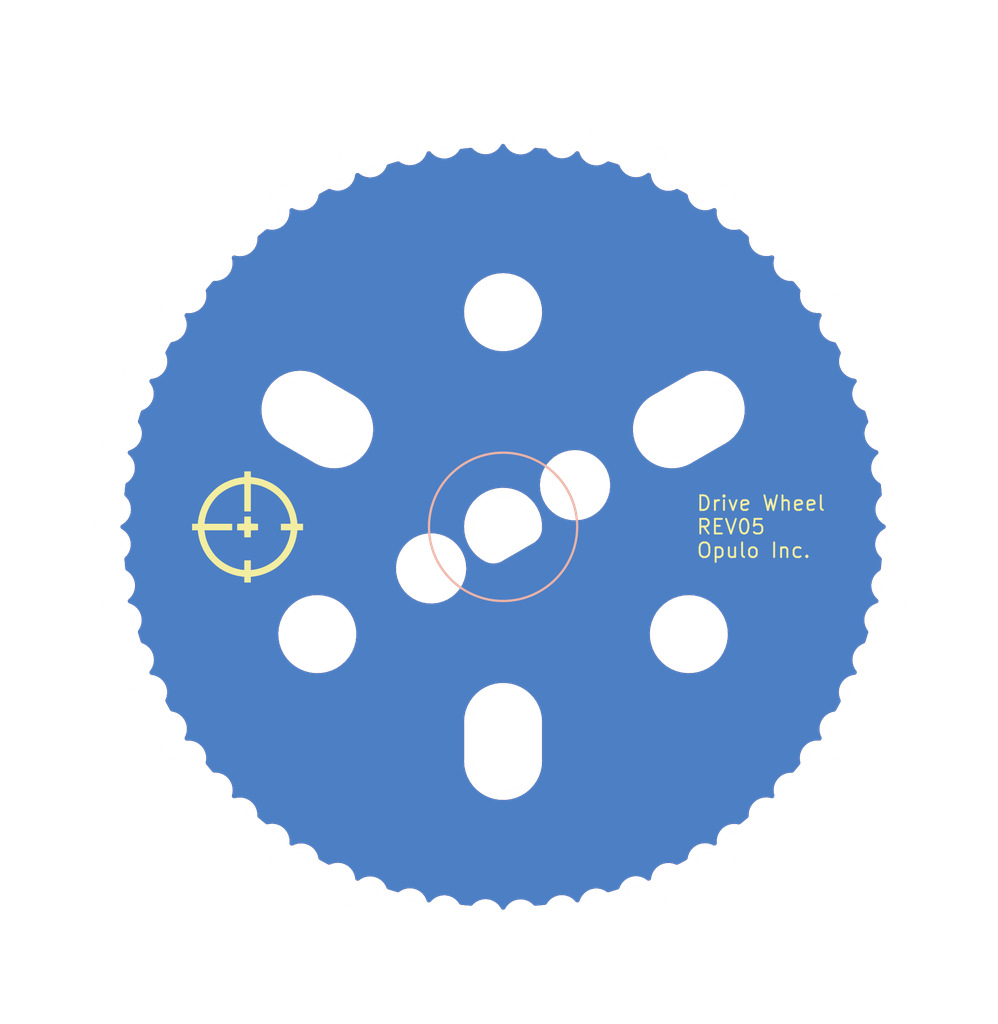
<source format=kicad_pcb>
(kicad_pcb (version 20211014) (generator pcbnew)
  (layers (0 "F.Cu" signal) (31 "B.Cu" signal) (34 "B.Paste" user) (35 "F.Paste" user) (36 "B.SilkS" user "B.Silkscreen") (37 "F.SilkS" user "F.Silkscreen") (38 "B.Mask" user) (39 "F.Mask" user) (44 "Edge.Cuts" user))
  (net 0 "")
  (footprint "index:logo" (layer "F.Cu") (at -13.11 0)
    (fp_text reference "G***" hide)
    (fp_text value "LOGO" hide)
    (fp_poly (pts (xy 0.169333 -2.543898) (xy 0.263869 -2.534212) (xy 0.52296 -2.493539) (xy 0.77827 -2.424972) (xy 1.029979 -2.32846) (xy 1.150055 -2.27195) (xy 1.292674 -2.196349) (xy 1.419534 -2.118738) (xy 1.537813 -2.033871) (xy 1.654691 -1.936508) (xy 1.777345 -1.821403) (xy 1.806554 -1.792443) (xy 1.926386 -1.667492) (xy 2.027294 -1.549938) (xy 2.114522 -1.432602) (xy 2.193312 -1.308306) (xy 2.268909 -1.16987) (xy 2.286061 -1.135945) (xy 2.396061 -0.885908) (xy 2.478089 -0.632356) (xy 2.532199 -0.375109) (xy 2.548323 -0.249759) (xy 2.558008 -0.155222) (xy 2.850444 -0.155222) (xy 2.850444 0.169333) (xy 2.557399 0.169333) (xy 2.547535 0.264583) (xy 2.507659 0.521009) (xy 2.441477 0.771033) (xy 2.348236 1.017208) (xy 2.286061 1.150055) (xy 2.21046 1.292674) (xy 2.132848 1.419534) (xy 2.047982 1.537813) (xy 1.950619 1.654691) (xy 1.835514 1.777345) (xy 1.806554 1.806554) (xy 1.681603 1.926386) (xy 1.564049 2.027294) (xy 1.446713 2.114522) (xy 1.322416 2.193312) (xy 1.18398 2.268909) (xy 1.150055 2.286061) (xy 0.900019 2.396061) (xy 0.646466 2.478089) (xy 0.38922 2.532199) (xy 0.263869 2.548323) (xy 0.169333 2.558008) (xy 0.169333 2.850444) (xy -0.155222 2.850444) (xy -0.155222 2.558008) (xy -0.249759 2.548323) (xy -0.508849 2.507649) (xy -0.76416 2.439083) (xy -1.015868 2.34257) (xy -1.135945 2.286061) (xy -1.278563 2.21046) (xy -1.405423 2.132848) (xy -1.523702 2.047982) (xy -1.64058 1.950619) (xy -1.763235 1.835514) (xy -1.792443 1.806554) (xy -1.912275 1.681603) (xy -2.013183 1.564049) (xy -2.100411 1.446713) (xy -2.179202 1.322416) (xy -2.254798 1.18398) (xy -2.27195 1.150055) (xy -2.38195 0.900019) (xy -2.463979 0.646466) (xy -2.518088 0.38922) (xy -2.534212 0.263869) (xy -2.543898 0.169333) (xy -2.836333 0.169333) (xy -2.836333 -0.155222) (xy -2.543898 -0.155222) (xy -2.205231 -0.155222) (xy -0.790222 -0.155222) (xy -0.790222 0.169333) (xy -2.205231 0.169333) (xy -2.195524 0.264583) (xy -2.159639 0.484313) (xy -2.097594 0.704567) (xy -2.011111 0.921475) (xy -1.901907 1.131165) (xy -1.771704 1.329766) (xy -1.659801 1.470858) (xy -1.506596 1.628821) (xy -1.33195 1.773377) (xy -1.140543 1.901804) (xy -0.937055 2.011383) (xy -0.726165 2.09939) (xy -0.512554 2.163106) (xy -0.443468 2.178102) (xy -0.370237 2.192329) (xy -0.31788 2.201925) (xy -0.27962 2.20791) (xy -0.248682 2.211303) (xy -0.218287 2.213125) (xy -0.208139 2.213523) (xy -0.155222 2.215444) (xy -0.155222 1.721555) (xy 0.169333 1.721555) (xy 0.169333 2.219342) (xy 0.264583 2.209635) (xy 0.483298 2.173883) (xy 0.70209 2.112335) (xy 0.916909 2.027114) (xy 1.123706 1.920343) (xy 1.318431 1.794146) (xy 1.497033 1.650645) (xy 1.655463 1.491964) (xy 1.673912 1.470858) (xy 1.818922 1.28327) (xy 1.944237 1.081651) (xy 2.048139 0.869873) (xy 2.128907 0.651808) (xy 2.184824 0.431326) (xy 2.209635 0.264583) (xy 2.219342 0.169333) (xy 1.721555 0.169333) (xy 1.721555 -0.155222) (xy 2.219342 -0.155222) (xy 2.209635 -0.250472) (xy 2.173749 -0.470202) (xy 2.111705 -0.690456) (xy 2.025222 -0.907364) (xy 1.916018 -1.117054) (xy 1.785814 -1.315655) (xy 1.673912 -1.456747) (xy 1.518331 -1.617203) (xy 1.342063 -1.762747) (xy 1.149159 -1.891257) (xy 0.943669 -2.000609) (xy 0.729643 -2.088681) (xy 0.511131 -2.153349) (xy 0.292182 -2.192491) (xy 0.264583 -2.195524) (xy 0.169333 -2.205231) (xy 0.169333 -0.790222) (xy -0.155222 -0.790222) (xy -0.155222 -2.205231) (xy -0.250472 -2.195524) (xy -0.469187 -2.159772) (xy -0.687979 -2.098224) (xy -0.902798 -2.013003) (xy -1.109595 -1.906233) (xy -1.30432 -1.780035) (xy -1.482922 -1.636534) (xy -1.641352 -1.477853) (xy -1.659801 -1.456747) (xy -1.804811 -1.269159) (xy -1.930126 -1.06754) (xy -2.034028 -0.855762) (xy -2.114796 -0.637697) (xy -2.170713 -0.417216) (xy -2.195524 -0.250472) (xy -2.205231 -0.155222) (xy -2.543898 -0.155222) (xy -2.534212 -0.249759) (xy -2.493539 -0.508849) (xy -2.424972 -0.76416) (xy -2.32846 -1.015868) (xy -2.27195 -1.135945) (xy -2.196349 -1.278563) (xy -2.118738 -1.405423) (xy -2.033871 -1.523702) (xy -1.936508 -1.64058) (xy -1.821403 -1.763235) (xy -1.792443 -1.792443) (xy -1.667492 -1.912275) (xy -1.549938 -2.013183) (xy -1.432602 -2.100411) (xy -1.308306 -2.179202) (xy -1.16987 -2.254798) (xy -1.135945 -2.27195) (xy -0.885908 -2.38195) (xy -0.632356 -2.463979) (xy -0.375109 -2.518088) (xy -0.249759 -2.534212) (xy -0.155222 -2.543898) (xy -0.155222 -2.836333) (xy 0.169333 -2.836333) (xy 0.169333 -2.543898)) (layer "F.SilkS") (width 0.01) (fill solid))
    (fp_poly (pts (xy 0.172439 -0.342195) (xy 0.176389 -0.162278) (xy 0.356305 -0.158329) (xy 0.536222 -0.154379) (xy 0.536222 0.16849) (xy 0.356305 0.172439) (xy 0.176389 0.176389) (xy 0.172439 0.356305) (xy 0.16849 0.536222) (xy -0.154379 0.536222) (xy -0.158329 0.356305) (xy -0.162278 0.176389) (xy -0.342195 0.172439) (xy -0.522111 0.16849) (xy -0.522111 -0.154379) (xy -0.342195 -0.158329) (xy -0.162278 -0.162278) (xy -0.158329 -0.342195) (xy -0.154379 -0.522111) (xy 0.16849 -0.522111) (xy 0.172439 -0.342195)) (layer "F.SilkS") (width 0.01) (fill solid))
  )
  (gr_circle (center 0 0) (end -3.8 0) (layer "B.SilkS") (width 0.12) (fill none))
  (gr_line (start -10.692197 -16.90198) (end -10.973455 -17.322912) (layer "Edge.Cuts") (width 0.001))
  (gr_line (start 13.784162 14.491269) (end 14.142136 14.849242) (layer "Edge.Cuts") (width 0.001))
  (gr_arc (start 1.497867 0.079958) (mid 1.439391 0.267802) (end 1.298436 0.405048) (layer "Edge.Cuts") (width 0.001))
  (gr_arc (start -19.320857 -5.167637) (mid -19.035803 -4.685614) (end -19.51203 -4.39098) (layer "Edge.Cuts") (width 0.001))
  (gr_arc (start -7.910254 -6.299038) (mid -7.361216 -4.25) (end -9.410254 -3.700962) (layer "Edge.Cuts") (width 0.001))
  (gr_arc (start 11.804925 16.767342) (mid 11.666975 17.460862) (end 10.973455 17.322912) (layer "Edge.Cuts") (width 0.001))
  (gr_arc (start -3.508959 20.203643) (mid -4.096897 20.596493) (end -4.489744 20.008553) (layer "Edge.Cuts") (width 0.001))
  (gr_line (start 4.489744 20.008553) (end 4.39098 19.51203) (layer "Edge.Cuts") (width 0.001))
  (gr_arc (start -11.804925 -16.767342) (mid -11.666975 -17.460862) (end -10.973455 -17.322912) (layer "Edge.Cuts") (width 0.001))
  (gr_arc (start -19.70712 -3.410194) (mid -19.389731 -2.957564) (end -19.827629 -2.620141) (layer "Edge.Cuts") (width 0.001))
  (gr_line (start -4.39098 19.51203) (end -4.489744 20.008553) (layer "Edge.Cuts") (width 0.001))
  (gr_line (start -8.113216 18.280474) (end -8.30695 18.748189) (layer "Edge.Cuts") (width 0.001))
  (gr_arc (start -20.5 0.5) (mid -21 0) (end -20.5 -0.5) (layer "Edge.Cuts") (width 0.001))
  (gr_line (start -18.748189 8.30695) (end -18.280474 8.113216) (layer "Edge.Cuts") (width 0.001))
  (gr_line (start 14.849242 14.142136) (end 14.491269 13.784162) (layer "Edge.Cuts") (width 0.001))
  (gr_line (start 20.008553 -4.489744) (end 19.51203 -4.39098) (layer "Edge.Cuts") (width 0.001))
  (gr_line (start 2.620141 -19.827629) (end 1.29903 -19.957768) (layer "Edge.Cuts") (width 0.001))
  (gr_line (start 20.203643 3.508959) (end 19.70712 3.410194) (layer "Edge.Cuts") (width 0.001))
  (gr_arc (start 1.29903 -19.957768) (mid 0.881881 -19.584154) (end 0.5 -19.993749) (layer "Edge.Cuts") (width 0.001))
  (gr_line (start -19.993749 -0.5) (end -20.5 -0.5) (layer "Edge.Cuts") (width 0.001))
  (gr_line (start 12.167531 15.87297) (end 13.19372 15.030827) (layer "Edge.Cuts") (width 0.001))
  (gr_arc (start 4.489744 20.008553) (mid 4.096897 20.596491) (end 3.508959 20.203643) (layer "Edge.Cuts") (width 0.001))
  (gr_line (start -19.70712 3.410194) (end -20.203643 3.508959) (layer "Edge.Cuts") (width 0.001))
  (gr_circle (center 9.526279 5.5) (end 11.026279 5.5) (layer "Edge.Cuts") (width 0.001) (fill none))
  (gr_arc (start -2.619498 -19.827714) (mid -2.955743 -19.379896) (end -3.410194 -19.70712) (layer "Edge.Cuts") (width 0.001))
  (gr_line (start -19.321025 5.16701) (end -18.935691 6.43736) (layer "Edge.Cuts") (width 0.001))
  (gr_line (start -6.437975 18.935482) (end -5.167637 19.320857) (layer "Edge.Cuts") (width 0.001))
  (gr_arc (start 19.827714 -2.619498) (mid 19.379896 -2.955743) (end 19.70712 -3.410194) (layer "Edge.Cuts") (width 0.001))
  (gr_line (start 19.70712 -3.410194) (end 20.203643 -3.508959) (layer "Edge.Cuts") (width 0.001))
  (gr_line (start -19.130872 -7.383071) (end -18.663157 -7.189337) (layer "Edge.Cuts") (width 0.001))
  (gr_line (start -19.827629 -2.620141) (end -19.957768 -1.29903) (layer "Edge.Cuts") (width 0.001))
  (gr_line (start 16.767342 -11.804925) (end 16.34641 -11.523667) (layer "Edge.Cuts") (width 0.001))
  (gr_arc (start 3.410194 -19.70712) (mid 2.957564 -19.389731) (end 2.620141 -19.827629) (layer "Edge.Cuts") (width 0.001))
  (gr_line (start 10.692197 16.90198) (end 10.973455 17.322912) (layer "Edge.Cuts") (width 0.001))
  (gr_line (start 18.748189 -8.30695) (end 18.280474 -8.113216) (layer "Edge.Cuts") (width 0.001))
  (gr_arc (start -5.167637 19.320857) (mid -4.685614 19.035803) (end -4.39098 19.51203) (layer "Edge.Cuts") (width 0.001))
  (gr_line (start -15.87297 12.167531) (end -15.030827 13.19372) (layer "Edge.Cuts") (width 0.001))
  (gr_arc (start -10.692197 16.90198) (mid -10.152562 16.781963) (end -10.0084 17.315656) (layer "Edge.Cuts") (width 0.001))
  (gr_arc (start 17.315981 -10.007838) (mid 16.773576 -10.147116) (end 16.90198 -10.692197) (layer "Edge.Cuts") (width 0.001))
  (gr_arc (start -8.113216 -18.280474) (mid -8.313231 -17.765107) (end -8.837072 -17.941743) (layer "Edge.Cuts") (width 0.001))
  (gr_line (start -7.910254 -6.299038) (end -9.642305 -7.299038) (layer "Edge.Cuts") (width 0.001))
  (gr_line (start -14.491269 13.784162) (end -14.849242 14.142136) (layer "Edge.Cuts") (width 0.001))
  (gr_line (start 8.30695 18.748189) (end 8.113216 18.280474) (layer "Edge.Cuts") (width 0.001))
  (gr_line (start 10.973455 -17.322912) (end 10.692197 -16.90198) (layer "Edge.Cuts") (width 0.001))
  (gr_line (start 17.322912 10.973455) (end 16.90198 10.692197) (layer "Edge.Cuts") (width 0.001))
  (gr_arc (start 1.5 12) (mid 0 13.5) (end -1.5 12) (layer "Edge.Cuts") (width 0.001))
  (gr_arc (start 20.5 -0.5) (mid 21 0) (end 20.5 0.5) (layer "Edge.Cuts") (width 0.001))
  (gr_line (start -14.142136 14.849242) (end -13.784162 14.491269) (layer "Edge.Cuts") (width 0.001))
  (gr_arc (start 19.130872 7.383071) (mid 19.401471 8.036352) (end 18.748189 8.30695) (layer "Edge.Cuts") (width 0.001))
  (gr_line (start -17.941743 8.837072) (end -17.315981 10.007838) (layer "Edge.Cuts") (width 0.001))
  (gr_line (start -19.957811 1.298382) (end -19.827714 2.619498) (layer "Edge.Cuts") (width 0.001))
  (gr_line (start 6.437975 -18.935482) (end 5.167637 -19.320857) (layer "Edge.Cuts") (width 0.001))
  (gr_line (start 3.410194 19.70712) (end 3.508959 20.203643) (layer "Edge.Cuts") (width 0.001))
  (gr_line (start 16.34641 11.523667) (end 16.767342 11.804925) (layer "Edge.Cuts") (width 0.001))
  (gr_arc (start -6.43736 -18.935691) (mid -6.67978 -18.43088) (end -7.189337 -18.663157) (layer "Edge.Cuts") (width 0.001))
  (gr_line (start -17.322912 -10.973455) (end -16.90198 -10.692197) (layer "Edge.Cuts") (width 0.001))
  (gr_circle (center 3.691433 -2.13125) (end 4.991433 -2.13125) (layer "Edge.Cuts") (width 0.001) (fill none))
  (gr_arc (start -17.315981 10.007838) (mid -16.773576 10.147116) (end -16.90198 10.692197) (layer "Edge.Cuts") (width 0.001))
  (gr_arc (start 3.508959 -20.203643) (mid 4.096897 -20.596493) (end 4.489744 -20.008553) (layer "Edge.Cuts") (width 0.001))
  (gr_arc (start -16.90198 -10.692197) (mid -16.781963 -10.152562) (end -17.315656 -10.0084) (layer "Edge.Cuts") (width 0.001))
  (gr_line (start 10.0084 -17.315656) (end 8.837655 -17.941456) (layer "Edge.Cuts") (width 0.001))
  (gr_line (start 8.837072 17.941743) (end 10.007838 17.315981) (layer "Edge.Cuts") (width 0.001))
  (gr_arc (start 14.491269 13.784162) (mid 14.478836 13.231482) (end 15.030398 13.194208) (layer "Edge.Cuts") (width 0.001))
  (gr_arc (start 19.957768 1.29903) (mid 19.584154 0.881881) (end 19.993749 0.5) (layer "Edge.Cuts") (width 0.001))
  (gr_arc (start 11.523667 16.34641) (mid 11.619295 15.801923) (end 12.167531 15.87297) (layer "Edge.Cuts") (width 0.001))
  (gr_line (start -1.298382 -19.957811) (end -2.619498 -19.827714) (layer "Edge.Cuts") (width 0.001))
  (gr_line (start -11.523667 16.34641) (end -11.804925 16.767342) (layer "Edge.Cuts") (width 0.001))
  (gr_arc (start 19.51203 -4.39098) (mid 19.045585 -4.687695) (end 19.321025 -5.16701) (layer "Edge.Cuts") (width 0.001))
  (gr_arc (start 18.663157 7.189337) (mid 18.440169 6.683485) (end 18.935482 6.437975) (layer "Edge.Cuts") (width 0.001))
  (gr_line (start -18.280474 -8.113216) (end -18.748189 -8.30695) (layer "Edge.Cuts") (width 0.001))
  (gr_arc (start -19.993749 0.5) (mid -19.594154 0.882013) (end -19.957811 1.298382) (layer "Edge.Cuts") (width 0.001))
  (gr_arc (start -17.941456 -8.837655) (mid -17.755918 -8.309283) (end -18.280474 -8.113216) (layer "Edge.Cuts") (width 0.001))
  (gr_arc (start 0.5 20.5) (mid 0 21) (end -0.5 20.5) (layer "Edge.Cuts") (width 0.001))
  (gr_arc (start 0.5 19.993749) (mid 0.882013 19.594154) (end 1.298382 19.957811) (layer "Edge.Cuts") (width 0.001))
  (gr_arc (start 13.19372 15.030827) (mid 13.224504 14.471672) (end 13.784162 14.491269) (layer "Edge.Cuts") (width 0.001))
  (gr_arc (start -13.19372 -15.030827) (mid -13.224504 -14.471672) (end -13.784162 -14.491269) (layer "Edge.Cuts") (width 0.001))
  (gr_arc (start -19.957768 -1.29903) (mid -19.584154 -0.881881) (end -19.993749 -0.5) (layer "Edge.Cuts") (width 0.001))
  (gr_arc (start -16.34641 11.523667) (mid -15.801923 11.619295) (end -15.87297 12.167531) (layer "Edge.Cuts") (width 0.001))
  (gr_arc (start 9.642305 -7.299038) (mid 11.691343 -6.75) (end 11.142305 -4.700962) (layer "Edge.Cuts") (width 0.001))
  (gr_line (start -20.5 0.5) (end -19.993749 0.5) (layer "Edge.Cuts") (width 0.001))
  (gr_arc (start 17.941456 8.837655) (mid 17.755918 8.309283) (end 18.280474 8.113216) (layer "Edge.Cuts") (width 0.001))
  (gr_line (start 9.410254 -3.700962) (end 11.142305 -4.700962) (layer "Edge.Cuts") (width 0.001))
  (gr_arc (start -19.827714 2.619498) (mid -19.379896 2.955743) (end -19.70712 3.410194) (layer "Edge.Cuts") (width 0.001))
  (gr_arc (start 20.008553 -4.489744) (mid 20.596491 -4.096897) (end 20.203643 -3.508959) (layer "Edge.Cuts") (width 0.001))
  (gr_arc (start 18.280474 -8.113216) (mid 17.765107 -8.313231) (end 17.941743 -8.837072) (layer "Edge.Cuts") (width 0.001))
  (gr_arc (start -18.280474 8.113216) (mid -17.765107 8.313231) (end -17.941743 8.837072) (layer "Edge.Cuts") (width 0.001))
  (gr_arc (start 15.872575 12.168046) (mid 15.793682 11.61363) (end 16.34641 11.523667) (layer "Edge.Cuts") (width 0.001))
  (gr_line (start 15.030398 13.194208) (end 15.872575 12.168046) (layer "Edge.Cuts") (width 0.001))
  (gr_line (start -11.142305 -4.700962) (end -9.410254 -3.700962) (layer "Edge.Cuts") (width 0.001))
  (gr_arc (start 14.849242 14.142136) (mid 14.849242 14.849242) (end 14.142136 14.849242) (layer "Edge.Cuts") (width 0.001))
  (gr_arc (start -17.322912 -10.973455) (mid -17.460862 -11.666975) (end -16.767342 -11.804925) (layer "Edge.Cuts") (width 0.001))
  (gr_line (start -16.767342 11.804925) (end -16.34641 11.523667) (layer "Edge.Cuts") (width 0.001))
  (gr_line (start -0.5 19.993749) (end -0.5 20.5) (layer "Edge.Cuts") (width 0.001))
  (gr_line (start 1.5 12) (end 1.5 10) (layer "Edge.Cuts") (width 0.001))
  (gr_arc (start 2.619498 19.827714) (mid 2.955743 19.379896) (end 3.410194 19.70712) (layer "Edge.Cuts") (width 0.001))
  (gr_arc (start 8.837655 -17.941456) (mid 8.309283 -17.755918) (end 8.113216 -18.280474) (layer "Edge.Cuts") (width 0.001))
  (gr_arc (start -1.29903 19.957768) (mid -0.881881 19.584154) (end -0.5 19.993749) (layer "Edge.Cuts") (width 0.001))
  (gr_line (start 19.827629 2.620141) (end 19.957768 1.29903) (layer "Edge.Cuts") (width 0.001))
  (gr_line (start -3.410194 -19.70712) (end -3.508959 -20.203643) (layer "Edge.Cuts") (width 0.001))
  (gr_line (start 18.935482 6.437975) (end 19.320857 5.167637) (layer "Edge.Cuts") (width 0.001))
  (gr_line (start 19.957811 -1.298382) (end 19.827714 -2.619498) (layer "Edge.Cuts") (width 0.001))
  (gr_arc (start -10.007838 -17.315981) (mid -10.147116 -16.773576) (end -10.692197 -16.90198) (layer "Edge.Cuts") (width 0.001))
  (gr_line (start 16.90198 -10.692197) (end 17.322912 -10.973455) (layer "Edge.Cuts") (width 0.001))
  (gr_line (start 0.5 20.5) (end 0.5 19.993749) (layer "Edge.Cuts") (width 0.001))
  (gr_arc (start -1.5 10) (mid 0 8.5) (end 1.5 10) (layer "Edge.Cuts") (width 0.001))
  (gr_circle (center 0 -11) (end 1.5 -11) (layer "Edge.Cuts") (width 0.001) (fill none))
  (gr_arc (start 8.30695 18.748189) (mid 8.036352 19.40147) (end 7.383071 19.130872) (layer "Edge.Cuts") (width 0.001))
  (gr_arc (start -8.837655 17.941456) (mid -8.309283 17.755918) (end -8.113216 18.280474) (layer "Edge.Cuts") (width 0.001))
  (gr_arc (start -11.142305 -4.700962) (mid -11.691343 -6.75) (end -9.642305 -7.299038) (layer "Edge.Cuts") (width 0.001))
  (gr_line (start -16.90198 10.692197) (end -17.322912 10.973455) (layer "Edge.Cuts") (width 0.001))
  (gr_arc (start -18.663157 -7.189337) (mid -18.440169 -6.683485) (end -18.935482 -6.437975) (layer "Edge.Cuts") (width 0.001))
  (gr_line (start 11.523667 -16.34641) (end 11.804925 -16.767342) (layer "Edge.Cuts") (width 0.001))
  (gr_line (start 9.642305 -7.299038) (end 7.910254 -6.299038) (layer "Edge.Cuts") (width 0.001))
  (gr_arc (start -18.748189 8.30695) (mid -19.40147 8.036352) (end -19.130872 7.383071) (layer "Edge.Cuts") (width 0.001))
  (gr_line (start 8.113216 -18.280474) (end 8.30695 -18.748189) (layer "Edge.Cuts") (width 0.001))
  (gr_line (start 7.383071 -19.130872) (end 7.189337 -18.663157) (layer "Edge.Cuts") (width 0.001))
  (gr_line (start -17.315656 -10.0084) (end -17.941456 -8.837655) (layer "Edge.Cuts") (width 0.001))
  (gr_arc (start 19.993749 -0.5) (mid 19.594154 -0.882013) (end 19.957811 -1.298382) (layer "Edge.Cuts") (width 0.001))
  (gr_line (start -18.935482 -6.437975) (end -19.320857 -5.167637) (layer "Edge.Cuts") (width 0.001))
  (gr_arc (start -15.872575 -12.168046) (mid -15.793682 -11.61363) (end -16.34641 -11.523667) (layer "Edge.Cuts") (width 0.001))
  (gr_line (start 19.51203 4.39098) (end 20.008553 4.489744) (layer "Edge.Cuts") (width 0.001))
  (gr_arc (start -20.008553 4.489744) (mid -20.596491 4.096897) (end -20.203643 3.508959) (layer "Edge.Cuts") (width 0.001))
  (gr_arc (start 9.410254 -3.700962) (mid 7.361216 -4.25) (end 7.910254 -6.299038) (layer "Edge.Cuts") (width 0.001))
  (gr_arc (start 7.383071 -19.130872) (mid 8.036352 -19.401471) (end 8.30695 -18.748189) (layer "Edge.Cuts") (width 0.001))
  (gr_arc (start 14.142136 -14.849242) (mid 14.849242 -14.849242) (end 14.849242 -14.142136) (layer "Edge.Cuts") (width 0.001))
  (gr_arc (start 10.692197 -16.90198) (mid 10.152562 -16.781963) (end 10.0084 -17.315656) (layer "Edge.Cuts") (width 0.001))
  (gr_line (start 3.508959 -20.203643) (end 3.410194 -19.70712) (layer "Edge.Cuts") (width 0.001))
  (gr_line (start -8.837072 -17.941743) (end -10.007838 -17.315981) (layer "Edge.Cuts") (width 0.001))
  (gr_line (start -10.0084 17.315656) (end -8.837655 17.941456) (layer "Edge.Cuts") (width 0.001))
  (gr_arc (start 16.34641 -11.523667) (mid 15.801923 -11.619295) (end 15.87297 -12.167531) (layer "Edge.Cuts") (width 0.001))
  (gr_circle (center -3.691433 2.13125) (end -2.391433 2.13125) (layer "Edge.Cuts") (width 0.001) (fill none))
  (gr_arc (start -20.203643 -3.508959) (mid -20.596493 -4.096897) (end -20.008553 -4.489744) (layer "Edge.Cuts") (width 0.001))
  (gr_arc (start -0.679691 1.337169) (mid -0.749999 -1.299039) (end 1.497867 0.079958) (layer "Edge.Cuts") (width 0.001))
  (gr_arc (start 10.007838 17.315981) (mid 10.147116 16.773576) (end 10.692197 16.90198) (layer "Edge.Cuts") (width 0.001))
  (gr_arc (start -14.142136 14.849242) (mid -14.849242 14.849242) (end -14.849242 14.142136) (layer "Edge.Cuts") (width 0.001))
  (gr_arc (start 19.70712 3.410194) (mid 19.389731 2.957564) (end 19.827629 2.620141) (layer "Edge.Cuts") (width 0.001))
  (gr_line (start 17.941743 -8.837072) (end 17.315981 -10.007838) (layer "Edge.Cuts") (width 0.001))
  (gr_line (start -7.383071 19.130872) (end -7.189337 18.663157) (layer "Edge.Cuts") (width 0.001))
  (gr_line (start 13.194208 -15.030398) (end 12.168046 -15.872575) (layer "Edge.Cuts") (width 0.001))
  (gr_line (start 14.142136 -14.849242) (end 13.784162 -14.491269) (layer "Edge.Cuts") (width 0.001))
  (gr_line (start -15.030398 -13.194208) (end -15.872575 -12.168046) (layer "Edge.Cuts") (width 0.001))
  (gr_arc (start 18.748189 -8.30695) (mid 19.40147 -8.036352) (end 19.130872 -7.383071) (layer "Edge.Cuts") (width 0.001))
  (gr_arc (start 16.767342 -11.804925) (mid 17.460862 -11.666975) (end 17.322912 -10.973455) (layer "Edge.Cuts") (width 0.001))
  (gr_arc (start -19.130872 -7.383071) (mid -19.401471 -8.036352) (end -18.748189 -8.30695) (layer "Edge.Cuts") (width 0.001))
  (gr_arc (start -4.39098 -19.51203) (mid -4.687695 -19.045585) (end -5.16701 -19.321025) (layer "Edge.Cuts") (width 0.001))
  (gr_line (start -19.51203 -4.39098) (end -20.008553 -4.489744) (layer "Edge.Cuts") (width 0.001))
  (gr_line (start -16.34641 -11.523667) (end -16.767342 -11.804925) (layer "Edge.Cuts") (width 0.001))
  (gr_line (start -1.5 10) (end -1.5 12) (layer "Edge.Cuts") (width 0.001))
  (gr_arc (start -0.5 -19.993749) (mid -0.882013 -19.594154) (end -1.298382 -19.957811) (layer "Edge.Cuts") (width 0.001))
  (gr_arc (start -12.168046 15.872575) (mid -11.61363 15.793682) (end -11.523667 16.34641) (layer "Edge.Cuts") (width 0.001))
  (gr_arc (start 6.43736 18.935691) (mid 6.67978 18.43088) (end 7.189337 18.663157) (layer "Edge.Cuts") (width 0.001))
  (gr_line (start -12.167531 -15.87297) (end -13.19372 -15.030827) (layer "Edge.Cuts") (width 0.001))
  (gr_arc (start 19.320857 5.167637) (mid 19.035803 4.685614) (end 19.51203 4.39098) (layer "Edge.Cuts") (width 0.001))
  (gr_line (start 17.315656 10.0084) (end 17.941456 8.837655) (layer "Edge.Cuts") (width 0.001))
  (gr_arc (start -7.189337 18.663157) (mid -6.683485 18.440169) (end -6.437975 18.935482) (layer "Edge.Cuts") (width 0.001))
  (gr_arc (start 20.203643 3.508959) (mid 20.596493 4.096897) (end 20.008553 4.489744) (layer "Edge.Cuts") (width 0.001))
  (gr_line (start 11.804925 16.767342) (end 11.523667 16.34641) (layer "Edge.Cuts") (width 0.001))
  (gr_arc (start 12.168046 -15.872575) (mid 11.61363 -15.793682) (end 11.523667 -16.34641) (layer "Edge.Cuts") (width 0.001))
  (gr_arc (start 16.90198 10.692197) (mid 16.781963 10.152562) (end 17.315656 10.0084) (layer "Edge.Cuts") (width 0.001))
  (gr_line (start 15.87297 -12.167531) (end 15.030827 -13.19372) (layer "Edge.Cuts") (width 0.001))
  (gr_line (start 7.189337 18.663157) (end 7.383071 19.130872) (layer "Edge.Cuts") (width 0.001))
  (gr_line (start 19.993749 0.5) (end 20.5 0.5) (layer "Edge.Cuts") (width 0.001))
  (gr_arc (start -0.298436 1.327003) (mid -0.487774 1.38045) (end -0.679691 1.337169) (layer "Edge.Cuts") (width 0.001))
  (gr_line (start 5.16701 19.321025) (end 6.43736 18.935691) (layer "Edge.Cuts") (width 0.001))
  (gr_arc (start -11.523667 -16.34641) (mid -11.619295 -15.801923) (end -12.167531 -15.87297) (layer "Edge.Cuts") (width 0.001))
  (gr_line (start -11.804925 -16.767342) (end -11.523667 -16.34641) (layer "Edge.Cuts") (width 0.001))
  (gr_arc (start 17.322912 10.973455) (mid 17.460862 11.666975) (end 16.767342 11.804925) (layer "Edge.Cuts") (width 0.001))
  (gr_arc (start 8.113216 18.280474) (mid 8.313231 17.765107) (end 8.837072 17.941743) (layer "Edge.Cuts") (width 0.001))
  (gr_circle (center -9.526279 5.5) (end -8.026279 5.5) (layer "Edge.Cuts") (width 0.001) (fill none))
  (gr_line (start 20.5 -0.5) (end 19.993749 -0.5) (layer "Edge.Cuts") (width 0.001))
  (gr_arc (start -19.51203 4.39098) (mid -19.045585 4.687695) (end -19.321025 5.16701) (layer "Edge.Cuts") (width 0.001))
  (gr_arc (start -4.489744 -20.008553) (mid -4.096897 -20.596491) (end -3.508959 -20.203643) (layer "Edge.Cuts") (width 0.001))
  (gr_arc (start 4.39098 19.51203) (mid 4.687695 19.045585) (end 5.16701 19.321025) (layer "Edge.Cuts") (width 0.001))
  (gr_line (start -20.008553 4.489744) (end -19.51203 4.39098) (layer "Edge.Cuts") (width 0.001))
  (gr_arc (start 5.167637 -19.320857) (mid 4.685614 -19.035803) (end 4.39098 -19.51203) (layer "Edge.Cuts") (width 0.001))
  (gr_line (start -7.189337 -18.663157) (end -7.383071 -19.130872) (layer "Edge.Cuts") (width 0.001))
  (gr_arc (start -15.030827 13.19372) (mid -14.471672 13.224504) (end -14.491269 13.784162) (layer "Edge.Cuts") (width 0.001))
  (gr_arc (start -3.410194 19.70712) (mid -2.957564 19.389731) (end -2.620141 19.827629) (layer "Edge.Cuts") (width 0.001))
  (gr_arc (start -16.767342 11.804925) (mid -17.460862 11.666975) (end -17.322912 10.973455) (layer "Edge.Cuts") (width 0.001))
  (gr_line (start -14.849242 -14.142136) (end -14.491269 -13.784162) (layer "Edge.Cuts") (width 0.001))
  (gr_line (start -8.30695 -18.748189) (end -8.113216 -18.280474) (layer "Edge.Cuts") (width 0.001))
  (gr_arc (start 13.784162 -14.491269) (mid 13.231482 -14.478836) (end 13.194208 -15.030398) (layer "Edge.Cuts") (width 0.001))
  (gr_arc (start 15.030827 -13.19372) (mid 14.471672 -13.224504) (end 14.491269 -13.784162) (layer "Edge.Cuts") (width 0.001))
  (gr_line (start 4.39098 -19.51203) (end 4.489744 -20.008553) (layer "Edge.Cuts") (width 0.001))
  (gr_arc (start 18.935691 -6.43736) (mid 18.43088 -6.67978) (end 18.663157 -7.189337) (layer "Edge.Cuts") (width 0.001))
  (gr_line (start 14.491269 -13.784162) (end 14.849242 -14.142136) (layer "Edge.Cuts") (width 0.001))
  (gr_line (start -13.784162 -14.491269) (end -14.142136 -14.849242) (layer "Edge.Cuts") (width 0.001))
  (gr_line (start -10.973455 17.322912) (end -10.692197 16.90198) (layer "Edge.Cuts") (width 0.001))
  (gr_line (start 1.298382 19.957811) (end 2.619498 19.827714) (layer "Edge.Cuts") (width 0.001))
  (gr_arc (start -0.5 -20.5) (mid 0 -21) (end 0.5 -20.5) (layer "Edge.Cuts") (width 0.001))
  (gr_line (start 18.280474 8.113216) (end 18.748189 8.30695) (layer "Edge.Cuts") (width 0.001))
  (gr_arc (start -14.491269 -13.784162) (mid -14.478836 -13.231482) (end -15.030398 -13.194208) (layer "Edge.Cuts") (width 0.001))
  (gr_arc (start -8.30695 -18.748189) (mid -8.036352 -19.40147) (end -7.383071 -19.130872) (layer "Edge.Cuts") (width 0.001))
  (gr_line (start 1.298436 0.405048) (end -0.298436 1.327003) (layer "Edge.Cuts") (width 0.001))
  (gr_line (start 19.321025 -5.16701) (end 18.935691 -6.43736) (layer "Edge.Cuts") (width 0.001))
  (gr_line (start -18.663157 7.189337) (end -19.130872 7.383071) (layer "Edge.Cuts") (width 0.001))
  (gr_line (start -13.194208 15.030398) (end -12.168046 15.872575) (layer "Edge.Cuts") (width 0.001))
  (gr_arc (start -13.784162 14.491269) (mid -13.231482 14.478836) (end -13.194208 15.030398) (layer "Edge.Cuts") (width 0.001))
  (gr_arc (start -10.973455 17.322912) (mid -11.666975 17.460862) (end -11.804925 16.767342) (layer "Edge.Cuts") (width 0.001))
  (gr_arc (start -18.935691 6.43736) (mid -18.43088 6.67978) (end -18.663157 7.189337) (layer "Edge.Cuts") (width 0.001))
  (gr_line (start 19.130872 7.383071) (end 18.663157 7.189337) (layer "Edge.Cuts") (width 0.001))
  (gr_arc (start -7.383071 19.130872) (mid -8.036352 19.401471) (end -8.30695 18.748189) (layer "Edge.Cuts") (width 0.001))
  (gr_arc (start -14.849242 -14.142136) (mid -14.849242 -14.849242) (end -14.142136 -14.849242) (layer "Edge.Cuts") (width 0.001))
  (gr_line (start 18.663157 -7.189337) (end 19.130872 -7.383071) (layer "Edge.Cuts") (width 0.001))
  (gr_line (start -4.489744 -20.008553) (end -4.39098 -19.51203) (layer "Edge.Cuts") (width 0.001))
  (gr_line (start -2.620141 19.827629) (end -1.29903 19.957768) (layer "Edge.Cuts") (width 0.001))
  (gr_line (start -0.5 -20.5) (end -0.5 -19.993749) (layer "Edge.Cuts") (width 0.001))
  (gr_line (start -20.203643 -3.508959) (end -19.70712 -3.410194) (layer "Edge.Cuts") (width 0.001))
  (gr_arc (start 7.189337 -18.663157) (mid 6.683485 -18.440169) (end 6.437975 -18.935482) (layer "Edge.Cuts") (width 0.001))
  (gr_arc (start 10.973455 -17.322912) (mid 11.666975 -17.460862) (end 11.804925 -16.767342) (layer "Edge.Cuts") (width 0.001))
  (gr_line (start 0.5 -19.993749) (end 0.5 -20.5) (layer "Edge.Cuts") (width 0.001))
  (gr_line (start -3.508959 20.203643) (end -3.410194 19.70712) (layer "Edge.Cuts") (width 0.001))
  (gr_line (start -5.16701 -19.321025) (end -6.43736 -18.935691) (layer "Edge.Cuts") (width 0.001))
  (gr_text "Drive Wheel\nREV05\nOpulo Inc." (at 9.87 0) (layer "F.SilkS") (effects (font (size 0.75 0.75) (thickness 0.1)) (justify left)))
  (zone (net 0) (net_name "") (layer "F.Cu") (connect_pads (clearance 0.5)) (min_thickness 0.25) (fill yes (thermal_gap 0.508) (thermal_bridge_width 0.508))
    (polygon (pts (xy 25.4 -27) (xy 24.5 23.5) (xy -25.8 25.5) (xy -23 -26.7)))
  )
  (zone (net 0) (net_name "") (layer "B.Cu") (connect_pads (clearance 0.5)) (min_thickness 0.25) (fill yes (thermal_gap 0.508) (thermal_bridge_width 0.508))
    (polygon (pts (xy 24.5 -26) (xy 23.5 22.6) (xy -24.7 24.2) (xy -22.4 -25.7)))
  )
)
</source>
